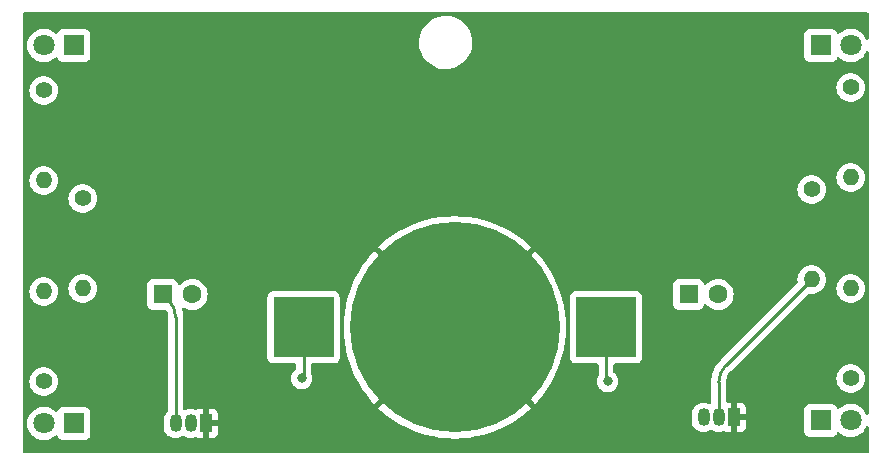
<source format=gbl>
G04 #@! TF.GenerationSoftware,KiCad,Pcbnew,7.0.8*
G04 #@! TF.CreationDate,2023-10-22T13:22:11+01:00*
G04 #@! TF.ProjectId,Badge,42616467-652e-46b6-9963-61645f706362,rev?*
G04 #@! TF.SameCoordinates,Original*
G04 #@! TF.FileFunction,Copper,L2,Bot*
G04 #@! TF.FilePolarity,Positive*
%FSLAX46Y46*%
G04 Gerber Fmt 4.6, Leading zero omitted, Abs format (unit mm)*
G04 Created by KiCad (PCBNEW 7.0.8) date 2023-10-22 13:22:11*
%MOMM*%
%LPD*%
G01*
G04 APERTURE LIST*
G04 #@! TA.AperFunction,ComponentPad*
%ADD10R,1.600000X1.600000*%
G04 #@! TD*
G04 #@! TA.AperFunction,ComponentPad*
%ADD11C,1.600000*%
G04 #@! TD*
G04 #@! TA.AperFunction,ComponentPad*
%ADD12C,1.400000*%
G04 #@! TD*
G04 #@! TA.AperFunction,ComponentPad*
%ADD13O,1.400000X1.400000*%
G04 #@! TD*
G04 #@! TA.AperFunction,SMDPad,CuDef*
%ADD14R,5.100000X5.100000*%
G04 #@! TD*
G04 #@! TA.AperFunction,SMDPad,CuDef*
%ADD15C,17.800000*%
G04 #@! TD*
G04 #@! TA.AperFunction,ComponentPad*
%ADD16R,1.050000X1.500000*%
G04 #@! TD*
G04 #@! TA.AperFunction,ComponentPad*
%ADD17O,1.050000X1.500000*%
G04 #@! TD*
G04 #@! TA.AperFunction,ComponentPad*
%ADD18C,1.800000*%
G04 #@! TD*
G04 #@! TA.AperFunction,ComponentPad*
%ADD19R,1.800000X1.800000*%
G04 #@! TD*
G04 #@! TA.AperFunction,ViaPad*
%ADD20C,0.800000*%
G04 #@! TD*
G04 #@! TA.AperFunction,Conductor*
%ADD21C,0.250000*%
G04 #@! TD*
G04 APERTURE END LIST*
D10*
X134874000Y-51054000D03*
D11*
X137374000Y-51054000D03*
D10*
X90342323Y-51054000D03*
D11*
X92842323Y-51054000D03*
D12*
X148590000Y-33528000D03*
D13*
X148590000Y-41148000D03*
D12*
X80264000Y-33782000D03*
D13*
X80264000Y-41402000D03*
D14*
X102262000Y-53848000D03*
X127862000Y-53848000D03*
D15*
X115062000Y-53848000D03*
D13*
X148590000Y-50546000D03*
D12*
X148590000Y-58166000D03*
D16*
X138684000Y-61468000D03*
D17*
X137414000Y-61468000D03*
X136144000Y-61468000D03*
D18*
X80269000Y-29972000D03*
D19*
X82809000Y-29972000D03*
D18*
X148590000Y-29972000D03*
D19*
X146050000Y-29972000D03*
D18*
X80269000Y-61976000D03*
D19*
X82809000Y-61976000D03*
D13*
X80264000Y-50800000D03*
D12*
X80264000Y-58420000D03*
D13*
X145288000Y-49784000D03*
D12*
X145288000Y-42164000D03*
D16*
X93980000Y-61976000D03*
D17*
X92710000Y-61976000D03*
X91440000Y-61976000D03*
D13*
X83566000Y-50546000D03*
D12*
X83566000Y-42926000D03*
D19*
X146050000Y-61722000D03*
D18*
X148590000Y-61722000D03*
D20*
X128016000Y-58420000D03*
X102108000Y-58166000D03*
D21*
X137999773Y-57072199D02*
G75*
G03*
X137414000Y-58486427I1414227J-1414201D01*
G01*
X91439997Y-52980104D02*
G75*
G03*
X90854213Y-51565890I-1999997J4D01*
G01*
X137999787Y-57072213D02*
X145288000Y-49784000D01*
X137414000Y-61468000D02*
X137414000Y-58486427D01*
X90854213Y-51565890D02*
X90342323Y-51054000D01*
X91440000Y-61976000D02*
X91440000Y-52980104D01*
X127862000Y-58012000D02*
X127862000Y-53848000D01*
X102262000Y-58012000D02*
X102262000Y-53848000D01*
G04 #@! TA.AperFunction,Conductor*
G36*
X150057039Y-27197685D02*
G01*
X150102794Y-27250489D01*
X150114000Y-27302000D01*
X150114000Y-29368514D01*
X150094315Y-29435553D01*
X150041511Y-29481308D01*
X149972353Y-29491252D01*
X149908797Y-29462227D01*
X149876444Y-29418324D01*
X149825924Y-29303151D01*
X149698983Y-29108852D01*
X149698980Y-29108849D01*
X149698979Y-29108847D01*
X149541784Y-28938087D01*
X149541779Y-28938083D01*
X149541777Y-28938081D01*
X149358634Y-28795535D01*
X149358628Y-28795531D01*
X149154504Y-28685064D01*
X149154495Y-28685061D01*
X148934984Y-28609702D01*
X148744450Y-28577908D01*
X148706049Y-28571500D01*
X148473951Y-28571500D01*
X148435550Y-28577908D01*
X148245015Y-28609702D01*
X148025504Y-28685061D01*
X148025495Y-28685064D01*
X147821371Y-28795531D01*
X147821365Y-28795535D01*
X147638222Y-28938081D01*
X147638218Y-28938085D01*
X147638216Y-28938086D01*
X147638216Y-28938087D01*
X147629870Y-28947154D01*
X147629866Y-28947158D01*
X147569979Y-28983148D01*
X147500141Y-28981047D01*
X147442525Y-28941522D01*
X147422455Y-28906507D01*
X147393797Y-28829671D01*
X147393793Y-28829664D01*
X147307547Y-28714455D01*
X147307544Y-28714452D01*
X147192335Y-28628206D01*
X147192328Y-28628202D01*
X147057482Y-28577908D01*
X147057483Y-28577908D01*
X146997883Y-28571501D01*
X146997881Y-28571500D01*
X146997873Y-28571500D01*
X146997864Y-28571500D01*
X145102129Y-28571500D01*
X145102123Y-28571501D01*
X145042516Y-28577908D01*
X144907671Y-28628202D01*
X144907664Y-28628206D01*
X144792455Y-28714452D01*
X144792452Y-28714455D01*
X144706206Y-28829664D01*
X144706202Y-28829671D01*
X144655908Y-28964517D01*
X144649501Y-29024116D01*
X144649501Y-29024123D01*
X144649500Y-29024135D01*
X144649500Y-30919870D01*
X144649501Y-30919876D01*
X144655908Y-30979483D01*
X144706202Y-31114328D01*
X144706206Y-31114335D01*
X144792452Y-31229544D01*
X144792455Y-31229547D01*
X144907664Y-31315793D01*
X144907671Y-31315797D01*
X145042517Y-31366091D01*
X145042516Y-31366091D01*
X145049444Y-31366835D01*
X145102127Y-31372500D01*
X146997872Y-31372499D01*
X147057483Y-31366091D01*
X147192331Y-31315796D01*
X147307546Y-31229546D01*
X147393796Y-31114331D01*
X147415575Y-31055939D01*
X147422455Y-31037493D01*
X147464326Y-30981559D01*
X147529790Y-30957141D01*
X147598063Y-30971992D01*
X147629866Y-30996843D01*
X147635046Y-31002469D01*
X147638215Y-31005912D01*
X147638222Y-31005918D01*
X147821365Y-31148464D01*
X147821371Y-31148468D01*
X147821374Y-31148470D01*
X148025497Y-31258936D01*
X148104419Y-31286030D01*
X148245015Y-31334297D01*
X148245017Y-31334297D01*
X148245019Y-31334298D01*
X148473951Y-31372500D01*
X148473952Y-31372500D01*
X148706048Y-31372500D01*
X148706049Y-31372500D01*
X148934981Y-31334298D01*
X149154503Y-31258936D01*
X149358626Y-31148470D01*
X149541784Y-31005913D01*
X149698979Y-30835153D01*
X149825924Y-30640849D01*
X149876444Y-30525674D01*
X149921400Y-30472189D01*
X149988136Y-30451499D01*
X150055464Y-30470174D01*
X150102007Y-30522284D01*
X150114000Y-30575485D01*
X150114000Y-61118514D01*
X150094315Y-61185553D01*
X150041511Y-61231308D01*
X149972353Y-61241252D01*
X149908797Y-61212227D01*
X149876444Y-61168324D01*
X149825924Y-61053151D01*
X149698983Y-60858852D01*
X149698980Y-60858849D01*
X149698979Y-60858847D01*
X149541784Y-60688087D01*
X149541779Y-60688083D01*
X149541777Y-60688081D01*
X149358634Y-60545535D01*
X149358628Y-60545531D01*
X149154504Y-60435064D01*
X149154495Y-60435061D01*
X148934984Y-60359702D01*
X148740003Y-60327166D01*
X148706049Y-60321500D01*
X148473951Y-60321500D01*
X148439997Y-60327166D01*
X148245015Y-60359702D01*
X148025504Y-60435061D01*
X148025495Y-60435064D01*
X147821371Y-60545531D01*
X147821365Y-60545535D01*
X147638222Y-60688081D01*
X147638218Y-60688085D01*
X147638216Y-60688086D01*
X147638216Y-60688087D01*
X147637320Y-60689061D01*
X147629866Y-60697158D01*
X147569979Y-60733148D01*
X147500141Y-60731047D01*
X147442525Y-60691522D01*
X147422455Y-60656507D01*
X147393797Y-60579671D01*
X147393793Y-60579664D01*
X147307547Y-60464455D01*
X147307544Y-60464452D01*
X147192335Y-60378206D01*
X147192328Y-60378202D01*
X147057482Y-60327908D01*
X147057483Y-60327908D01*
X146997883Y-60321501D01*
X146997881Y-60321500D01*
X146997873Y-60321500D01*
X146997864Y-60321500D01*
X145102129Y-60321500D01*
X145102123Y-60321501D01*
X145042516Y-60327908D01*
X144907671Y-60378202D01*
X144907664Y-60378206D01*
X144792455Y-60464452D01*
X144792452Y-60464455D01*
X144706206Y-60579664D01*
X144706202Y-60579671D01*
X144655908Y-60714517D01*
X144649501Y-60774116D01*
X144649500Y-60774135D01*
X144649500Y-62669870D01*
X144649501Y-62669876D01*
X144655908Y-62729483D01*
X144706202Y-62864328D01*
X144706206Y-62864335D01*
X144792452Y-62979544D01*
X144792455Y-62979547D01*
X144907664Y-63065793D01*
X144907671Y-63065797D01*
X145042517Y-63116091D01*
X145042516Y-63116091D01*
X145049444Y-63116835D01*
X145102127Y-63122500D01*
X146997872Y-63122499D01*
X147057483Y-63116091D01*
X147192331Y-63065796D01*
X147307546Y-62979546D01*
X147393796Y-62864331D01*
X147393798Y-62864326D01*
X147422455Y-62787493D01*
X147464326Y-62731559D01*
X147529790Y-62707141D01*
X147598063Y-62721992D01*
X147629866Y-62746843D01*
X147636376Y-62753914D01*
X147638215Y-62755912D01*
X147638222Y-62755918D01*
X147821365Y-62898464D01*
X147821371Y-62898468D01*
X147821374Y-62898470D01*
X147878984Y-62929647D01*
X148010553Y-63000849D01*
X148025497Y-63008936D01*
X148139487Y-63048068D01*
X148245015Y-63084297D01*
X148245017Y-63084297D01*
X148245019Y-63084298D01*
X148473951Y-63122500D01*
X148473952Y-63122500D01*
X148706048Y-63122500D01*
X148706049Y-63122500D01*
X148934981Y-63084298D01*
X148938209Y-63083190D01*
X148969866Y-63072322D01*
X149154503Y-63008936D01*
X149358626Y-62898470D01*
X149541784Y-62755913D01*
X149698979Y-62585153D01*
X149825924Y-62390849D01*
X149876444Y-62275674D01*
X149921400Y-62222189D01*
X149988136Y-62201499D01*
X150055464Y-62220174D01*
X150102007Y-62272284D01*
X150114000Y-62325485D01*
X150114000Y-64392000D01*
X150094315Y-64459039D01*
X150041511Y-64504794D01*
X149990000Y-64516000D01*
X78610000Y-64516000D01*
X78542961Y-64496315D01*
X78497206Y-64443511D01*
X78486000Y-64392000D01*
X78486000Y-61976006D01*
X78863700Y-61976006D01*
X78882864Y-62207297D01*
X78882866Y-62207308D01*
X78939842Y-62432300D01*
X79033075Y-62644848D01*
X79160016Y-62839147D01*
X79160019Y-62839151D01*
X79160021Y-62839153D01*
X79317216Y-63009913D01*
X79317219Y-63009915D01*
X79317222Y-63009918D01*
X79500365Y-63152464D01*
X79500371Y-63152468D01*
X79500374Y-63152470D01*
X79704497Y-63262936D01*
X79818487Y-63302068D01*
X79924015Y-63338297D01*
X79924017Y-63338297D01*
X79924019Y-63338298D01*
X80152951Y-63376500D01*
X80152952Y-63376500D01*
X80385048Y-63376500D01*
X80385049Y-63376500D01*
X80613981Y-63338298D01*
X80833503Y-63262936D01*
X81037626Y-63152470D01*
X81220784Y-63009913D01*
X81229130Y-63000846D01*
X81289010Y-62964854D01*
X81358849Y-62966949D01*
X81416468Y-63006469D01*
X81436544Y-63041491D01*
X81465203Y-63118330D01*
X81465206Y-63118335D01*
X81551452Y-63233544D01*
X81551455Y-63233547D01*
X81666664Y-63319793D01*
X81666671Y-63319797D01*
X81801517Y-63370091D01*
X81801516Y-63370091D01*
X81808444Y-63370835D01*
X81861127Y-63376500D01*
X83756872Y-63376499D01*
X83816483Y-63370091D01*
X83951331Y-63319796D01*
X84066546Y-63233546D01*
X84152796Y-63118331D01*
X84203091Y-62983483D01*
X84209500Y-62923873D01*
X84209499Y-61028128D01*
X84203091Y-60968517D01*
X84194727Y-60946093D01*
X84152797Y-60833671D01*
X84152793Y-60833664D01*
X84066547Y-60718455D01*
X84066544Y-60718452D01*
X83951335Y-60632206D01*
X83951328Y-60632202D01*
X83816482Y-60581908D01*
X83816483Y-60581908D01*
X83756883Y-60575501D01*
X83756881Y-60575500D01*
X83756873Y-60575500D01*
X83756864Y-60575500D01*
X81861129Y-60575500D01*
X81861123Y-60575501D01*
X81801516Y-60581908D01*
X81666671Y-60632202D01*
X81666664Y-60632206D01*
X81551455Y-60718452D01*
X81551452Y-60718455D01*
X81465206Y-60833664D01*
X81465203Y-60833670D01*
X81436544Y-60910508D01*
X81394672Y-60966441D01*
X81329208Y-60990858D01*
X81260935Y-60976006D01*
X81229135Y-60951158D01*
X81220784Y-60942087D01*
X81220778Y-60942082D01*
X81220777Y-60942081D01*
X81037634Y-60799535D01*
X81037628Y-60799531D01*
X80833504Y-60689064D01*
X80833495Y-60689061D01*
X80613984Y-60613702D01*
X80410002Y-60579664D01*
X80385049Y-60575500D01*
X80152951Y-60575500D01*
X80127998Y-60579664D01*
X79924015Y-60613702D01*
X79704504Y-60689061D01*
X79704495Y-60689064D01*
X79500371Y-60799531D01*
X79500365Y-60799535D01*
X79317222Y-60942081D01*
X79317219Y-60942084D01*
X79317216Y-60942086D01*
X79317216Y-60942087D01*
X79278719Y-60983906D01*
X79160016Y-61112852D01*
X79033075Y-61307151D01*
X78939842Y-61519699D01*
X78882866Y-61744691D01*
X78882864Y-61744702D01*
X78863700Y-61975993D01*
X78863700Y-61976006D01*
X78486000Y-61976006D01*
X78486000Y-58420000D01*
X79058357Y-58420000D01*
X79078884Y-58641535D01*
X79078885Y-58641537D01*
X79139769Y-58855523D01*
X79139775Y-58855538D01*
X79238938Y-59054683D01*
X79238943Y-59054691D01*
X79373020Y-59232238D01*
X79537437Y-59382123D01*
X79537439Y-59382125D01*
X79726595Y-59499245D01*
X79726596Y-59499245D01*
X79726599Y-59499247D01*
X79934060Y-59579618D01*
X80152757Y-59620500D01*
X80152759Y-59620500D01*
X80375241Y-59620500D01*
X80375243Y-59620500D01*
X80593940Y-59579618D01*
X80801401Y-59499247D01*
X80990562Y-59382124D01*
X81154981Y-59232236D01*
X81289058Y-59054689D01*
X81388229Y-58855528D01*
X81449115Y-58641536D01*
X81469643Y-58420000D01*
X81449115Y-58198464D01*
X81388229Y-57984472D01*
X81384877Y-57977740D01*
X81289061Y-57785316D01*
X81289056Y-57785308D01*
X81154979Y-57607761D01*
X80990562Y-57457876D01*
X80990560Y-57457874D01*
X80801404Y-57340754D01*
X80801398Y-57340752D01*
X80779594Y-57332305D01*
X80593940Y-57260382D01*
X80375243Y-57219500D01*
X80152757Y-57219500D01*
X79934060Y-57260382D01*
X79802864Y-57311207D01*
X79726601Y-57340752D01*
X79726595Y-57340754D01*
X79537439Y-57457874D01*
X79537437Y-57457876D01*
X79373020Y-57607761D01*
X79238943Y-57785308D01*
X79238938Y-57785316D01*
X79139775Y-57984461D01*
X79139769Y-57984476D01*
X79078885Y-58198462D01*
X79078884Y-58198464D01*
X79058357Y-58419999D01*
X79058357Y-58420000D01*
X78486000Y-58420000D01*
X78486000Y-50800000D01*
X79058357Y-50800000D01*
X79078884Y-51021535D01*
X79078885Y-51021537D01*
X79139769Y-51235523D01*
X79139775Y-51235538D01*
X79238938Y-51434683D01*
X79238943Y-51434691D01*
X79373020Y-51612238D01*
X79537437Y-51762123D01*
X79537439Y-51762125D01*
X79726595Y-51879245D01*
X79726596Y-51879245D01*
X79726599Y-51879247D01*
X79934060Y-51959618D01*
X80152757Y-52000500D01*
X80152759Y-52000500D01*
X80375241Y-52000500D01*
X80375243Y-52000500D01*
X80593940Y-51959618D01*
X80743004Y-51901870D01*
X89041823Y-51901870D01*
X89041824Y-51901876D01*
X89048231Y-51961483D01*
X89098525Y-52096328D01*
X89098529Y-52096335D01*
X89184775Y-52211544D01*
X89184778Y-52211547D01*
X89299987Y-52297793D01*
X89299994Y-52297797D01*
X89434840Y-52348091D01*
X89434839Y-52348091D01*
X89441767Y-52348835D01*
X89494450Y-52354500D01*
X90583641Y-52354499D01*
X90650680Y-52374184D01*
X90694852Y-52423652D01*
X90708070Y-52450454D01*
X90711177Y-52457956D01*
X90766353Y-52620497D01*
X90768455Y-52628340D01*
X90801943Y-52796706D01*
X90803003Y-52804754D01*
X90814367Y-52978127D01*
X90814500Y-52982184D01*
X90814500Y-60879054D01*
X90794815Y-60946093D01*
X90769165Y-60974907D01*
X90711352Y-61022352D01*
X90583203Y-61178504D01*
X90583198Y-61178511D01*
X90487978Y-61356654D01*
X90429337Y-61549968D01*
X90418594Y-61659054D01*
X90414500Y-61700620D01*
X90414500Y-62251380D01*
X90416559Y-62272284D01*
X90429337Y-62402031D01*
X90487978Y-62595345D01*
X90583198Y-62773488D01*
X90583203Y-62773495D01*
X90711352Y-62929647D01*
X90798113Y-63000849D01*
X90867506Y-63057798D01*
X90867509Y-63057799D01*
X90867511Y-63057801D01*
X91045654Y-63153021D01*
X91045656Y-63153021D01*
X91045659Y-63153023D01*
X91238967Y-63211662D01*
X91440000Y-63231462D01*
X91641033Y-63211662D01*
X91834341Y-63153023D01*
X92012494Y-63057798D01*
X92012498Y-63057794D01*
X92016546Y-63055631D01*
X92084949Y-63041389D01*
X92133454Y-63055631D01*
X92137502Y-63057794D01*
X92137506Y-63057798D01*
X92315659Y-63153023D01*
X92508967Y-63211662D01*
X92710000Y-63231462D01*
X92911033Y-63211662D01*
X93104341Y-63153023D01*
X93104344Y-63153020D01*
X93106016Y-63152514D01*
X93175883Y-63151890D01*
X93204585Y-63166097D01*
X93205128Y-63165103D01*
X93212913Y-63169354D01*
X93347620Y-63219596D01*
X93347627Y-63219598D01*
X93407155Y-63225999D01*
X93407172Y-63226000D01*
X93730000Y-63226000D01*
X93730000Y-62310270D01*
X93730299Y-62304190D01*
X93733441Y-62272284D01*
X93734629Y-62260220D01*
X93799052Y-62310363D01*
X93917424Y-62351000D01*
X94011073Y-62351000D01*
X94103446Y-62335586D01*
X94213514Y-62276019D01*
X94230000Y-62258110D01*
X94230000Y-63226000D01*
X94552828Y-63226000D01*
X94552844Y-63225999D01*
X94612372Y-63219598D01*
X94612379Y-63219596D01*
X94747086Y-63169354D01*
X94747093Y-63169350D01*
X94862187Y-63083190D01*
X94862190Y-63083187D01*
X94948350Y-62968093D01*
X94948354Y-62968086D01*
X94998596Y-62833379D01*
X94998598Y-62833372D01*
X95004999Y-62773844D01*
X95005000Y-62773827D01*
X95005000Y-62226000D01*
X94259560Y-62226000D01*
X94298278Y-62183941D01*
X94348551Y-62069330D01*
X94358886Y-61944605D01*
X94328163Y-61823281D01*
X94264606Y-61726000D01*
X95005000Y-61726000D01*
X95005000Y-61178172D01*
X95004999Y-61178155D01*
X94998598Y-61118627D01*
X94998596Y-61118620D01*
X94948354Y-60983913D01*
X94948350Y-60983906D01*
X94862190Y-60868812D01*
X94862187Y-60868809D01*
X94747093Y-60782649D01*
X94747086Y-60782645D01*
X94612379Y-60732403D01*
X94612372Y-60732401D01*
X94552844Y-60726000D01*
X94230000Y-60726000D01*
X94230000Y-61695382D01*
X94160948Y-61641637D01*
X94042576Y-61601000D01*
X93948927Y-61601000D01*
X93856554Y-61616414D01*
X93746486Y-61675981D01*
X93734369Y-61689142D01*
X93733073Y-61675981D01*
X93730299Y-61647808D01*
X93730000Y-61641728D01*
X93730000Y-60726000D01*
X93407155Y-60726000D01*
X93347627Y-60732401D01*
X93347620Y-60732403D01*
X93212913Y-60782645D01*
X93205132Y-60786895D01*
X93203940Y-60784713D01*
X93150842Y-60804510D01*
X93106018Y-60799486D01*
X93104342Y-60798977D01*
X93104341Y-60798977D01*
X93002556Y-60768101D01*
X92911031Y-60740337D01*
X92710000Y-60720538D01*
X92508968Y-60740337D01*
X92315655Y-60798978D01*
X92247952Y-60835166D01*
X92179549Y-60849407D01*
X92114306Y-60824406D01*
X92072936Y-60768101D01*
X92065500Y-60725807D01*
X92065500Y-60669354D01*
X108594199Y-60669354D01*
X108860832Y-60919082D01*
X108860832Y-60919083D01*
X109336577Y-61309517D01*
X109336576Y-61309517D01*
X109836848Y-61668006D01*
X110359484Y-61993002D01*
X110359484Y-61993001D01*
X110902258Y-62283120D01*
X111462851Y-62537121D01*
X112038856Y-62753914D01*
X112038857Y-62753914D01*
X112627792Y-62932566D01*
X113227173Y-63072322D01*
X113834399Y-63172575D01*
X113834400Y-63172575D01*
X114446874Y-63232899D01*
X115062000Y-63253036D01*
X115677126Y-63232899D01*
X116289600Y-63172575D01*
X116289601Y-63172575D01*
X116896827Y-63072322D01*
X117496208Y-62932566D01*
X118085143Y-62753914D01*
X118085144Y-62753914D01*
X118661149Y-62537121D01*
X119221742Y-62283120D01*
X119764516Y-61993001D01*
X119764516Y-61993002D01*
X120165941Y-61743380D01*
X135118500Y-61743380D01*
X135120927Y-61768019D01*
X135133337Y-61894031D01*
X135191978Y-62087345D01*
X135287198Y-62265488D01*
X135287201Y-62265492D01*
X135287202Y-62265494D01*
X135295557Y-62275675D01*
X135415352Y-62421647D01*
X135471888Y-62468044D01*
X135571506Y-62549798D01*
X135571509Y-62549799D01*
X135571511Y-62549801D01*
X135749654Y-62645021D01*
X135749656Y-62645021D01*
X135749659Y-62645023D01*
X135942967Y-62703662D01*
X136144000Y-62723462D01*
X136345033Y-62703662D01*
X136538341Y-62645023D01*
X136716494Y-62549798D01*
X136716498Y-62549794D01*
X136720546Y-62547631D01*
X136788949Y-62533389D01*
X136837454Y-62547631D01*
X136841502Y-62549794D01*
X136841506Y-62549798D01*
X137019659Y-62645023D01*
X137212967Y-62703662D01*
X137414000Y-62723462D01*
X137615033Y-62703662D01*
X137808341Y-62645023D01*
X137808344Y-62645020D01*
X137810016Y-62644514D01*
X137879883Y-62643890D01*
X137908585Y-62658097D01*
X137909128Y-62657103D01*
X137916913Y-62661354D01*
X138051620Y-62711596D01*
X138051627Y-62711598D01*
X138111155Y-62717999D01*
X138111172Y-62718000D01*
X138434000Y-62718000D01*
X138434000Y-61802270D01*
X138434299Y-61796190D01*
X138438629Y-61752220D01*
X138503052Y-61802363D01*
X138621424Y-61843000D01*
X138715073Y-61843000D01*
X138807446Y-61827586D01*
X138917514Y-61768019D01*
X138934000Y-61750110D01*
X138934000Y-62718000D01*
X139256828Y-62718000D01*
X139256844Y-62717999D01*
X139316372Y-62711598D01*
X139316379Y-62711596D01*
X139451086Y-62661354D01*
X139451093Y-62661350D01*
X139566187Y-62575190D01*
X139566190Y-62575187D01*
X139652350Y-62460093D01*
X139652354Y-62460086D01*
X139702596Y-62325379D01*
X139702598Y-62325372D01*
X139708999Y-62265844D01*
X139709000Y-62265827D01*
X139709000Y-61718000D01*
X138963560Y-61718000D01*
X139002278Y-61675941D01*
X139052551Y-61561330D01*
X139062886Y-61436605D01*
X139032163Y-61315281D01*
X138968606Y-61218000D01*
X139709000Y-61218000D01*
X139709000Y-60670172D01*
X139708999Y-60670155D01*
X139702598Y-60610627D01*
X139702596Y-60610620D01*
X139652354Y-60475913D01*
X139652350Y-60475906D01*
X139566190Y-60360812D01*
X139566187Y-60360809D01*
X139451093Y-60274649D01*
X139451086Y-60274645D01*
X139316379Y-60224403D01*
X139316372Y-60224401D01*
X139256844Y-60218000D01*
X138934000Y-60218000D01*
X138934000Y-61187382D01*
X138864948Y-61133637D01*
X138746576Y-61093000D01*
X138652927Y-61093000D01*
X138560554Y-61108414D01*
X138450486Y-61167981D01*
X138438369Y-61181142D01*
X138434299Y-61139808D01*
X138434000Y-61133728D01*
X138434000Y-60218000D01*
X138163500Y-60218000D01*
X138096461Y-60198315D01*
X138050706Y-60145511D01*
X138039500Y-60094000D01*
X138039500Y-58562372D01*
X138039501Y-58562368D01*
X138039500Y-58488455D01*
X138039633Y-58484400D01*
X138050991Y-58311068D01*
X138052048Y-58303028D01*
X138079303Y-58166000D01*
X147384357Y-58166000D01*
X147404884Y-58387535D01*
X147404885Y-58387537D01*
X147465769Y-58601523D01*
X147465775Y-58601538D01*
X147564938Y-58800683D01*
X147564943Y-58800691D01*
X147699020Y-58978238D01*
X147863437Y-59128123D01*
X147863439Y-59128125D01*
X148052595Y-59245245D01*
X148052596Y-59245245D01*
X148052599Y-59245247D01*
X148260060Y-59325618D01*
X148478757Y-59366500D01*
X148478759Y-59366500D01*
X148701241Y-59366500D01*
X148701243Y-59366500D01*
X148919940Y-59325618D01*
X149127401Y-59245247D01*
X149316562Y-59128124D01*
X149480981Y-58978236D01*
X149615058Y-58800689D01*
X149714229Y-58601528D01*
X149775115Y-58387536D01*
X149795643Y-58166000D01*
X149780978Y-58007742D01*
X149775115Y-57944464D01*
X149775114Y-57944462D01*
X149733361Y-57797716D01*
X149714229Y-57730472D01*
X149714224Y-57730461D01*
X149615061Y-57531316D01*
X149615056Y-57531308D01*
X149480979Y-57353761D01*
X149316562Y-57203876D01*
X149316560Y-57203874D01*
X149127404Y-57086754D01*
X149127398Y-57086752D01*
X148919940Y-57006382D01*
X148701243Y-56965500D01*
X148478757Y-56965500D01*
X148260060Y-57006382D01*
X148128864Y-57057207D01*
X148052601Y-57086752D01*
X148052595Y-57086754D01*
X147863439Y-57203874D01*
X147863437Y-57203876D01*
X147699020Y-57353761D01*
X147564943Y-57531308D01*
X147564938Y-57531316D01*
X147465775Y-57730461D01*
X147465769Y-57730476D01*
X147404885Y-57944462D01*
X147404884Y-57944464D01*
X147384357Y-58165999D01*
X147384357Y-58166000D01*
X138079303Y-58166000D01*
X138085540Y-58134645D01*
X138087636Y-58126821D01*
X138142814Y-57964267D01*
X138145921Y-57956768D01*
X138156208Y-57935907D01*
X138221848Y-57802798D01*
X138225901Y-57795780D01*
X138232898Y-57785308D01*
X138321275Y-57653039D01*
X138326199Y-57646621D01*
X138440570Y-57516203D01*
X138443312Y-57513276D01*
X144958106Y-50998482D01*
X145019427Y-50964999D01*
X145068570Y-50964276D01*
X145176757Y-50984500D01*
X145176759Y-50984500D01*
X145399241Y-50984500D01*
X145399243Y-50984500D01*
X145617940Y-50943618D01*
X145825401Y-50863247D01*
X146014562Y-50746124D01*
X146178981Y-50596236D01*
X146216917Y-50546000D01*
X147384357Y-50546000D01*
X147404884Y-50767535D01*
X147404885Y-50767537D01*
X147465769Y-50981523D01*
X147465775Y-50981538D01*
X147564938Y-51180683D01*
X147564943Y-51180691D01*
X147699020Y-51358238D01*
X147851088Y-51496866D01*
X147855070Y-51500496D01*
X147863437Y-51508123D01*
X147863439Y-51508125D01*
X148052595Y-51625245D01*
X148052596Y-51625245D01*
X148052599Y-51625247D01*
X148260060Y-51705618D01*
X148478757Y-51746500D01*
X148478759Y-51746500D01*
X148701241Y-51746500D01*
X148701243Y-51746500D01*
X148919940Y-51705618D01*
X149127401Y-51625247D01*
X149316562Y-51508124D01*
X149480981Y-51358236D01*
X149615058Y-51180689D01*
X149714229Y-50981528D01*
X149775115Y-50767536D01*
X149795643Y-50546000D01*
X149775115Y-50324464D01*
X149714229Y-50110472D01*
X149714224Y-50110461D01*
X149615061Y-49911316D01*
X149615056Y-49911308D01*
X149480979Y-49733761D01*
X149316562Y-49583876D01*
X149316560Y-49583874D01*
X149127404Y-49466754D01*
X149127398Y-49466752D01*
X148919940Y-49386382D01*
X148701243Y-49345500D01*
X148478757Y-49345500D01*
X148260060Y-49386382D01*
X148128864Y-49437207D01*
X148052601Y-49466752D01*
X148052595Y-49466754D01*
X147863439Y-49583874D01*
X147863437Y-49583876D01*
X147699020Y-49733761D01*
X147564943Y-49911308D01*
X147564938Y-49911316D01*
X147465775Y-50110461D01*
X147465769Y-50110476D01*
X147404885Y-50324462D01*
X147404884Y-50324464D01*
X147384357Y-50545999D01*
X147384357Y-50546000D01*
X146216917Y-50546000D01*
X146313058Y-50418689D01*
X146412229Y-50219528D01*
X146473115Y-50005536D01*
X146493643Y-49784000D01*
X146490356Y-49748532D01*
X146473115Y-49562464D01*
X146473114Y-49562462D01*
X146445882Y-49466752D01*
X146412229Y-49348472D01*
X146412224Y-49348461D01*
X146313061Y-49149316D01*
X146313056Y-49149308D01*
X146178979Y-48971761D01*
X146014562Y-48821876D01*
X146014560Y-48821874D01*
X145825404Y-48704754D01*
X145825398Y-48704752D01*
X145617940Y-48624382D01*
X145399243Y-48583500D01*
X145176757Y-48583500D01*
X144958060Y-48624382D01*
X144826864Y-48675207D01*
X144750601Y-48704752D01*
X144750595Y-48704754D01*
X144561439Y-48821874D01*
X144561437Y-48821876D01*
X144397020Y-48971761D01*
X144262943Y-49149308D01*
X144262938Y-49149316D01*
X144163775Y-49348461D01*
X144163769Y-49348476D01*
X144102885Y-49562462D01*
X144102884Y-49562464D01*
X144082357Y-49783999D01*
X144082357Y-49784000D01*
X144102885Y-50005536D01*
X144103315Y-50007837D01*
X144103201Y-50008955D01*
X144103414Y-50011245D01*
X144102966Y-50011286D01*
X144096283Y-50077352D01*
X144069107Y-50118301D01*
X137593819Y-56593589D01*
X137593759Y-56593621D01*
X137453214Y-56734169D01*
X137269358Y-56964722D01*
X137269352Y-56964731D01*
X137112467Y-57214417D01*
X137112466Y-57214418D01*
X136984520Y-57480110D01*
X136984519Y-57480112D01*
X136887130Y-57758447D01*
X136887125Y-57758462D01*
X136821514Y-58045935D01*
X136821510Y-58045962D01*
X136788498Y-58338982D01*
X136788498Y-58338987D01*
X136788500Y-58466317D01*
X136788500Y-60217807D01*
X136768815Y-60284846D01*
X136716011Y-60330601D01*
X136646853Y-60340545D01*
X136606048Y-60327166D01*
X136538344Y-60290978D01*
X136345031Y-60232337D01*
X136144000Y-60212538D01*
X135942968Y-60232337D01*
X135749654Y-60290978D01*
X135571511Y-60386198D01*
X135571504Y-60386203D01*
X135415352Y-60514352D01*
X135287203Y-60670504D01*
X135287198Y-60670511D01*
X135191978Y-60848654D01*
X135133337Y-61041968D01*
X135122162Y-61155433D01*
X135118500Y-61192620D01*
X135118500Y-61743380D01*
X120165941Y-61743380D01*
X120287152Y-61668006D01*
X120787424Y-61309517D01*
X120787423Y-61309517D01*
X121263175Y-60919076D01*
X121263176Y-60919076D01*
X121529800Y-60669354D01*
X115062000Y-54201553D01*
X108594199Y-60669354D01*
X92065500Y-60669354D01*
X92065500Y-56445870D01*
X99211500Y-56445870D01*
X99211501Y-56445876D01*
X99217908Y-56505483D01*
X99268202Y-56640328D01*
X99268206Y-56640335D01*
X99354452Y-56755544D01*
X99354455Y-56755547D01*
X99469664Y-56841793D01*
X99469671Y-56841797D01*
X99604517Y-56892091D01*
X99604516Y-56892091D01*
X99611444Y-56892835D01*
X99664127Y-56898500D01*
X101512500Y-56898499D01*
X101579539Y-56918184D01*
X101625294Y-56970987D01*
X101636500Y-57022499D01*
X101636500Y-57332305D01*
X101616815Y-57399344D01*
X101585385Y-57432623D01*
X101502129Y-57493111D01*
X101375466Y-57633785D01*
X101280821Y-57797715D01*
X101280818Y-57797722D01*
X101227956Y-57960416D01*
X101222326Y-57977744D01*
X101202540Y-58166000D01*
X101222326Y-58354256D01*
X101222327Y-58354259D01*
X101280818Y-58534277D01*
X101280821Y-58534284D01*
X101375467Y-58698216D01*
X101467736Y-58800691D01*
X101502129Y-58838888D01*
X101655265Y-58950148D01*
X101655270Y-58950151D01*
X101828192Y-59027142D01*
X101828197Y-59027144D01*
X102013354Y-59066500D01*
X102013355Y-59066500D01*
X102202644Y-59066500D01*
X102202646Y-59066500D01*
X102387803Y-59027144D01*
X102560730Y-58950151D01*
X102713871Y-58838888D01*
X102840533Y-58698216D01*
X102935179Y-58534284D01*
X102993674Y-58354256D01*
X103013460Y-58166000D01*
X102993674Y-57977744D01*
X102935179Y-57797716D01*
X102928017Y-57785311D01*
X102904113Y-57743907D01*
X102887500Y-57681907D01*
X102887500Y-57022499D01*
X102907185Y-56955460D01*
X102959989Y-56909705D01*
X103011500Y-56898499D01*
X104859871Y-56898499D01*
X104859872Y-56898499D01*
X104919483Y-56892091D01*
X105054331Y-56841796D01*
X105169546Y-56755546D01*
X105255796Y-56640331D01*
X105306091Y-56505483D01*
X105312500Y-56445873D01*
X105312499Y-53848000D01*
X105656964Y-53848000D01*
X105677101Y-54463126D01*
X105737425Y-55075600D01*
X105737425Y-55075601D01*
X105837678Y-55682827D01*
X105977434Y-56282208D01*
X106156086Y-56871143D01*
X106156086Y-56871144D01*
X106372879Y-57447149D01*
X106626880Y-58007742D01*
X106916999Y-58550516D01*
X106916998Y-58550516D01*
X107241994Y-59073152D01*
X107600483Y-59573424D01*
X107600483Y-59573423D01*
X107990917Y-60049168D01*
X107990918Y-60049168D01*
X108240644Y-60315799D01*
X108240645Y-60315800D01*
X114708446Y-53848000D01*
X115415553Y-53848000D01*
X121883354Y-60315800D01*
X122133076Y-60049176D01*
X122133076Y-60049175D01*
X122523517Y-59573423D01*
X122523517Y-59573424D01*
X122882006Y-59073152D01*
X123207002Y-58550516D01*
X123207001Y-58550516D01*
X123497120Y-58007742D01*
X123751121Y-57447149D01*
X123967914Y-56871144D01*
X123967914Y-56871143D01*
X124096920Y-56445870D01*
X124811500Y-56445870D01*
X124811501Y-56445876D01*
X124817908Y-56505483D01*
X124868202Y-56640328D01*
X124868206Y-56640335D01*
X124954452Y-56755544D01*
X124954455Y-56755547D01*
X125069664Y-56841793D01*
X125069671Y-56841797D01*
X125204517Y-56892091D01*
X125204516Y-56892091D01*
X125211444Y-56892835D01*
X125264127Y-56898500D01*
X127112500Y-56898499D01*
X127179539Y-56918184D01*
X127225294Y-56970987D01*
X127236500Y-57022499D01*
X127236500Y-57935907D01*
X127219887Y-57997907D01*
X127188821Y-58051714D01*
X127141140Y-58198462D01*
X127130326Y-58231744D01*
X127110540Y-58420000D01*
X127130326Y-58608256D01*
X127130327Y-58608259D01*
X127188818Y-58788277D01*
X127188821Y-58788284D01*
X127283467Y-58952216D01*
X127375736Y-59054691D01*
X127410129Y-59092888D01*
X127563265Y-59204148D01*
X127563270Y-59204151D01*
X127736192Y-59281142D01*
X127736197Y-59281144D01*
X127921354Y-59320500D01*
X127921355Y-59320500D01*
X128110644Y-59320500D01*
X128110646Y-59320500D01*
X128295803Y-59281144D01*
X128468730Y-59204151D01*
X128621871Y-59092888D01*
X128748533Y-58952216D01*
X128843179Y-58788284D01*
X128901674Y-58608256D01*
X128921460Y-58420000D01*
X128901674Y-58231744D01*
X128843179Y-58051716D01*
X128748533Y-57887784D01*
X128621871Y-57747112D01*
X128598973Y-57730476D01*
X128538615Y-57686623D01*
X128495949Y-57631293D01*
X128487500Y-57586305D01*
X128487500Y-57022499D01*
X128507185Y-56955460D01*
X128559989Y-56909705D01*
X128611500Y-56898499D01*
X130459871Y-56898499D01*
X130459872Y-56898499D01*
X130519483Y-56892091D01*
X130654331Y-56841796D01*
X130769546Y-56755546D01*
X130855796Y-56640331D01*
X130906091Y-56505483D01*
X130912500Y-56445873D01*
X130912499Y-51901870D01*
X133573500Y-51901870D01*
X133573501Y-51901876D01*
X133579908Y-51961483D01*
X133630202Y-52096328D01*
X133630206Y-52096335D01*
X133716452Y-52211544D01*
X133716455Y-52211547D01*
X133831664Y-52297793D01*
X133831671Y-52297797D01*
X133966517Y-52348091D01*
X133966516Y-52348091D01*
X133973444Y-52348835D01*
X134026127Y-52354500D01*
X135721872Y-52354499D01*
X135781483Y-52348091D01*
X135916331Y-52297796D01*
X136031546Y-52211546D01*
X136117796Y-52096331D01*
X136168091Y-51961483D01*
X136168092Y-51961472D01*
X136169365Y-51956088D01*
X136203933Y-51895369D01*
X136265841Y-51862978D01*
X136335433Y-51869199D01*
X136377725Y-51896912D01*
X136534858Y-52054045D01*
X136534861Y-52054047D01*
X136721266Y-52184568D01*
X136927504Y-52280739D01*
X137147308Y-52339635D01*
X137309230Y-52353801D01*
X137373998Y-52359468D01*
X137374000Y-52359468D01*
X137374002Y-52359468D01*
X137430807Y-52354498D01*
X137600692Y-52339635D01*
X137820496Y-52280739D01*
X138026734Y-52184568D01*
X138213139Y-52054047D01*
X138374047Y-51893139D01*
X138504568Y-51706734D01*
X138600739Y-51500496D01*
X138659635Y-51280692D01*
X138679322Y-51055669D01*
X138679468Y-51054001D01*
X138679468Y-51053998D01*
X138673128Y-50981538D01*
X138659635Y-50827308D01*
X138600739Y-50607504D01*
X138504568Y-50401266D01*
X138374047Y-50214861D01*
X138374045Y-50214858D01*
X138213141Y-50053954D01*
X138026734Y-49923432D01*
X138026732Y-49923431D01*
X137820497Y-49827261D01*
X137820488Y-49827258D01*
X137600697Y-49768366D01*
X137600693Y-49768365D01*
X137600692Y-49768365D01*
X137600691Y-49768364D01*
X137600686Y-49768364D01*
X137374002Y-49748532D01*
X137373998Y-49748532D01*
X137147313Y-49768364D01*
X137147302Y-49768366D01*
X136927511Y-49827258D01*
X136927502Y-49827261D01*
X136721267Y-49923431D01*
X136721265Y-49923432D01*
X136534862Y-50053951D01*
X136377726Y-50211087D01*
X136316403Y-50244571D01*
X136246711Y-50239587D01*
X136190778Y-50197715D01*
X136169369Y-50151923D01*
X136168091Y-50146518D01*
X136154648Y-50110476D01*
X136117796Y-50011669D01*
X136117795Y-50011668D01*
X136117793Y-50011664D01*
X136031547Y-49896455D01*
X136031544Y-49896452D01*
X135916335Y-49810206D01*
X135916328Y-49810202D01*
X135781482Y-49759908D01*
X135781483Y-49759908D01*
X135721883Y-49753501D01*
X135721881Y-49753500D01*
X135721873Y-49753500D01*
X135721864Y-49753500D01*
X134026129Y-49753500D01*
X134026123Y-49753501D01*
X133966516Y-49759908D01*
X133831671Y-49810202D01*
X133831664Y-49810206D01*
X133716455Y-49896452D01*
X133716452Y-49896455D01*
X133630206Y-50011664D01*
X133630202Y-50011671D01*
X133579908Y-50146517D01*
X133573501Y-50206116D01*
X133573500Y-50206135D01*
X133573500Y-51901870D01*
X130912499Y-51901870D01*
X130912499Y-51250128D01*
X130906091Y-51190517D01*
X130902426Y-51180691D01*
X130855797Y-51055671D01*
X130855793Y-51055664D01*
X130769547Y-50940455D01*
X130769544Y-50940452D01*
X130654335Y-50854206D01*
X130654328Y-50854202D01*
X130519482Y-50803908D01*
X130519483Y-50803908D01*
X130459883Y-50797501D01*
X130459881Y-50797500D01*
X130459873Y-50797500D01*
X130459864Y-50797500D01*
X125264129Y-50797500D01*
X125264123Y-50797501D01*
X125204516Y-50803908D01*
X125069671Y-50854202D01*
X125069664Y-50854206D01*
X124954455Y-50940452D01*
X124954452Y-50940455D01*
X124868206Y-51055664D01*
X124868202Y-51055671D01*
X124817908Y-51190517D01*
X124811501Y-51250116D01*
X124811501Y-51250123D01*
X124811500Y-51250135D01*
X124811500Y-56445870D01*
X124096920Y-56445870D01*
X124146566Y-56282208D01*
X124286322Y-55682827D01*
X124386575Y-55075601D01*
X124386575Y-55075600D01*
X124446899Y-54463126D01*
X124467036Y-53848000D01*
X124446899Y-53232874D01*
X124386575Y-52620400D01*
X124386575Y-52620399D01*
X124286322Y-52013173D01*
X124146566Y-51413792D01*
X123967914Y-50824857D01*
X123967914Y-50824856D01*
X123751121Y-50248851D01*
X123497120Y-49688258D01*
X123207001Y-49145484D01*
X123207002Y-49145484D01*
X122882006Y-48622848D01*
X122523517Y-48122576D01*
X122523517Y-48122577D01*
X122133083Y-47646832D01*
X122133082Y-47646832D01*
X121883354Y-47380199D01*
X115415553Y-53848000D01*
X114708446Y-53848000D01*
X108240645Y-47380199D01*
X107990918Y-47646832D01*
X107990917Y-47646832D01*
X107600483Y-48122577D01*
X107600483Y-48122576D01*
X107241994Y-48622848D01*
X106916998Y-49145484D01*
X106916999Y-49145484D01*
X106626880Y-49688258D01*
X106372879Y-50248851D01*
X106156086Y-50824856D01*
X106156086Y-50824857D01*
X105977434Y-51413792D01*
X105837678Y-52013173D01*
X105737425Y-52620399D01*
X105737425Y-52620400D01*
X105677101Y-53232874D01*
X105656964Y-53848000D01*
X105312499Y-53848000D01*
X105312499Y-51250128D01*
X105306091Y-51190517D01*
X105302426Y-51180691D01*
X105255797Y-51055671D01*
X105255793Y-51055664D01*
X105169547Y-50940455D01*
X105169544Y-50940452D01*
X105054335Y-50854206D01*
X105054328Y-50854202D01*
X104919482Y-50803908D01*
X104919483Y-50803908D01*
X104859883Y-50797501D01*
X104859881Y-50797500D01*
X104859873Y-50797500D01*
X104859864Y-50797500D01*
X99664129Y-50797500D01*
X99664123Y-50797501D01*
X99604516Y-50803908D01*
X99469671Y-50854202D01*
X99469664Y-50854206D01*
X99354455Y-50940452D01*
X99354452Y-50940455D01*
X99268206Y-51055664D01*
X99268202Y-51055671D01*
X99217908Y-51190517D01*
X99211501Y-51250116D01*
X99211501Y-51250123D01*
X99211500Y-51250135D01*
X99211500Y-56445870D01*
X92065500Y-56445870D01*
X92065500Y-52938842D01*
X92065497Y-52938745D01*
X92065497Y-52832657D01*
X92065496Y-52832653D01*
X92061895Y-52800695D01*
X92056324Y-52751246D01*
X92032482Y-52539629D01*
X92032481Y-52539628D01*
X92032481Y-52539625D01*
X91977756Y-52299857D01*
X91982029Y-52230119D01*
X92023328Y-52173761D01*
X92088540Y-52148678D01*
X92156961Y-52162832D01*
X92169754Y-52170680D01*
X92189589Y-52184568D01*
X92395827Y-52280739D01*
X92615631Y-52339635D01*
X92777553Y-52353801D01*
X92842321Y-52359468D01*
X92842323Y-52359468D01*
X92842325Y-52359468D01*
X92899130Y-52354498D01*
X93069015Y-52339635D01*
X93288819Y-52280739D01*
X93495057Y-52184568D01*
X93681462Y-52054047D01*
X93842370Y-51893139D01*
X93972891Y-51706734D01*
X94069062Y-51500496D01*
X94127958Y-51280692D01*
X94147645Y-51055669D01*
X94147791Y-51054001D01*
X94147791Y-51053998D01*
X94141451Y-50981538D01*
X94127958Y-50827308D01*
X94069062Y-50607504D01*
X93972891Y-50401266D01*
X93842370Y-50214861D01*
X93842368Y-50214858D01*
X93681464Y-50053954D01*
X93495057Y-49923432D01*
X93495055Y-49923431D01*
X93288820Y-49827261D01*
X93288811Y-49827258D01*
X93069020Y-49768366D01*
X93069016Y-49768365D01*
X93069015Y-49768365D01*
X93069014Y-49768364D01*
X93069009Y-49768364D01*
X92842325Y-49748532D01*
X92842321Y-49748532D01*
X92615636Y-49768364D01*
X92615625Y-49768366D01*
X92395834Y-49827258D01*
X92395825Y-49827261D01*
X92189590Y-49923431D01*
X92189588Y-49923432D01*
X92003185Y-50053951D01*
X91846049Y-50211087D01*
X91784726Y-50244571D01*
X91715034Y-50239587D01*
X91659101Y-50197715D01*
X91637692Y-50151923D01*
X91636414Y-50146518D01*
X91622971Y-50110476D01*
X91586119Y-50011669D01*
X91586118Y-50011668D01*
X91586116Y-50011664D01*
X91499870Y-49896455D01*
X91499867Y-49896452D01*
X91384658Y-49810206D01*
X91384651Y-49810202D01*
X91249805Y-49759908D01*
X91249806Y-49759908D01*
X91190206Y-49753501D01*
X91190204Y-49753500D01*
X91190196Y-49753500D01*
X91190187Y-49753500D01*
X89494452Y-49753500D01*
X89494446Y-49753501D01*
X89434839Y-49759908D01*
X89299994Y-49810202D01*
X89299987Y-49810206D01*
X89184778Y-49896452D01*
X89184775Y-49896455D01*
X89098529Y-50011664D01*
X89098525Y-50011671D01*
X89048231Y-50146517D01*
X89041824Y-50206116D01*
X89041823Y-50206135D01*
X89041823Y-51901870D01*
X80743004Y-51901870D01*
X80801401Y-51879247D01*
X80990562Y-51762124D01*
X81154981Y-51612236D01*
X81289058Y-51434689D01*
X81388229Y-51235528D01*
X81449115Y-51021536D01*
X81469643Y-50800000D01*
X81469411Y-50797501D01*
X81449115Y-50578464D01*
X81449114Y-50578462D01*
X81440757Y-50549091D01*
X81439878Y-50546000D01*
X82360357Y-50546000D01*
X82380884Y-50767535D01*
X82380885Y-50767537D01*
X82441769Y-50981523D01*
X82441775Y-50981538D01*
X82540938Y-51180683D01*
X82540943Y-51180691D01*
X82675020Y-51358238D01*
X82827088Y-51496866D01*
X82831070Y-51500496D01*
X82839437Y-51508123D01*
X82839439Y-51508125D01*
X83028595Y-51625245D01*
X83028596Y-51625245D01*
X83028599Y-51625247D01*
X83236060Y-51705618D01*
X83454757Y-51746500D01*
X83454759Y-51746500D01*
X83677241Y-51746500D01*
X83677243Y-51746500D01*
X83895940Y-51705618D01*
X84103401Y-51625247D01*
X84292562Y-51508124D01*
X84456981Y-51358236D01*
X84591058Y-51180689D01*
X84690229Y-50981528D01*
X84751115Y-50767536D01*
X84771643Y-50546000D01*
X84751115Y-50324464D01*
X84690229Y-50110472D01*
X84690224Y-50110461D01*
X84591061Y-49911316D01*
X84591056Y-49911308D01*
X84456979Y-49733761D01*
X84292562Y-49583876D01*
X84292560Y-49583874D01*
X84103404Y-49466754D01*
X84103398Y-49466752D01*
X83895940Y-49386382D01*
X83677243Y-49345500D01*
X83454757Y-49345500D01*
X83236060Y-49386382D01*
X83104864Y-49437207D01*
X83028601Y-49466752D01*
X83028595Y-49466754D01*
X82839439Y-49583874D01*
X82839437Y-49583876D01*
X82675020Y-49733761D01*
X82540943Y-49911308D01*
X82540938Y-49911316D01*
X82441775Y-50110461D01*
X82441769Y-50110476D01*
X82380885Y-50324462D01*
X82380884Y-50324464D01*
X82360357Y-50545999D01*
X82360357Y-50546000D01*
X81439878Y-50546000D01*
X81388229Y-50364472D01*
X81388224Y-50364461D01*
X81289061Y-50165316D01*
X81289056Y-50165308D01*
X81154979Y-49987761D01*
X80990562Y-49837876D01*
X80990560Y-49837874D01*
X80801404Y-49720754D01*
X80801398Y-49720752D01*
X80593940Y-49640382D01*
X80375243Y-49599500D01*
X80152757Y-49599500D01*
X79934060Y-49640382D01*
X79810478Y-49688258D01*
X79726601Y-49720752D01*
X79726595Y-49720754D01*
X79537439Y-49837874D01*
X79537437Y-49837876D01*
X79373020Y-49987761D01*
X79238943Y-50165308D01*
X79238938Y-50165316D01*
X79139775Y-50364461D01*
X79139769Y-50364476D01*
X79078885Y-50578462D01*
X79078884Y-50578464D01*
X79058357Y-50799999D01*
X79058357Y-50800000D01*
X78486000Y-50800000D01*
X78486000Y-47026645D01*
X108594199Y-47026645D01*
X115061999Y-53494445D01*
X121529800Y-47026645D01*
X121529799Y-47026644D01*
X121263168Y-46776918D01*
X121263168Y-46776917D01*
X120787423Y-46386483D01*
X120787424Y-46386483D01*
X120287152Y-46027994D01*
X119764516Y-45702998D01*
X119764516Y-45702999D01*
X119221742Y-45412880D01*
X118661149Y-45158879D01*
X118085144Y-44942086D01*
X118085143Y-44942086D01*
X117496208Y-44763434D01*
X116896827Y-44623678D01*
X116289601Y-44523425D01*
X116289600Y-44523425D01*
X115677126Y-44463101D01*
X115062000Y-44442964D01*
X114446874Y-44463101D01*
X113834400Y-44523425D01*
X113834399Y-44523425D01*
X113227173Y-44623678D01*
X112627792Y-44763434D01*
X112038857Y-44942086D01*
X112038856Y-44942086D01*
X111462851Y-45158879D01*
X110902258Y-45412880D01*
X110359484Y-45702999D01*
X110359484Y-45702998D01*
X109836848Y-46027994D01*
X109336576Y-46386483D01*
X109336577Y-46386483D01*
X108860832Y-46776917D01*
X108860832Y-46776918D01*
X108594199Y-47026645D01*
X78486000Y-47026645D01*
X78486000Y-42926000D01*
X82360357Y-42926000D01*
X82380884Y-43147535D01*
X82380885Y-43147537D01*
X82441769Y-43361523D01*
X82441775Y-43361538D01*
X82540938Y-43560683D01*
X82540943Y-43560691D01*
X82675020Y-43738238D01*
X82839437Y-43888123D01*
X82839439Y-43888125D01*
X83028595Y-44005245D01*
X83028596Y-44005245D01*
X83028599Y-44005247D01*
X83236060Y-44085618D01*
X83454757Y-44126500D01*
X83454759Y-44126500D01*
X83677241Y-44126500D01*
X83677243Y-44126500D01*
X83895940Y-44085618D01*
X84103401Y-44005247D01*
X84292562Y-43888124D01*
X84456981Y-43738236D01*
X84591058Y-43560689D01*
X84690229Y-43361528D01*
X84751115Y-43147536D01*
X84771643Y-42926000D01*
X84751115Y-42704464D01*
X84690229Y-42490472D01*
X84690224Y-42490461D01*
X84591061Y-42291316D01*
X84591056Y-42291308D01*
X84494918Y-42164000D01*
X144082357Y-42164000D01*
X144102884Y-42385535D01*
X144102885Y-42385537D01*
X144163769Y-42599523D01*
X144163775Y-42599538D01*
X144262938Y-42798683D01*
X144262943Y-42798691D01*
X144397020Y-42976238D01*
X144561437Y-43126123D01*
X144561439Y-43126125D01*
X144750595Y-43243245D01*
X144750596Y-43243245D01*
X144750599Y-43243247D01*
X144958060Y-43323618D01*
X145176757Y-43364500D01*
X145176759Y-43364500D01*
X145399241Y-43364500D01*
X145399243Y-43364500D01*
X145617940Y-43323618D01*
X145825401Y-43243247D01*
X146014562Y-43126124D01*
X146178981Y-42976236D01*
X146313058Y-42798689D01*
X146412229Y-42599528D01*
X146473115Y-42385536D01*
X146493643Y-42164000D01*
X146473115Y-41942464D01*
X146412229Y-41728472D01*
X146412224Y-41728461D01*
X146313061Y-41529316D01*
X146313056Y-41529308D01*
X146178979Y-41351761D01*
X146014562Y-41201876D01*
X146014560Y-41201874D01*
X145927550Y-41148000D01*
X147384357Y-41148000D01*
X147404884Y-41369535D01*
X147404885Y-41369537D01*
X147465769Y-41583523D01*
X147465775Y-41583538D01*
X147564938Y-41782683D01*
X147564943Y-41782691D01*
X147699020Y-41960238D01*
X147863437Y-42110123D01*
X147863439Y-42110125D01*
X148052595Y-42227245D01*
X148052596Y-42227245D01*
X148052599Y-42227247D01*
X148260060Y-42307618D01*
X148478757Y-42348500D01*
X148478759Y-42348500D01*
X148701241Y-42348500D01*
X148701243Y-42348500D01*
X148919940Y-42307618D01*
X149127401Y-42227247D01*
X149316562Y-42110124D01*
X149480981Y-41960236D01*
X149615058Y-41782689D01*
X149714229Y-41583528D01*
X149775115Y-41369536D01*
X149795643Y-41148000D01*
X149789782Y-41084754D01*
X149775115Y-40926464D01*
X149775114Y-40926462D01*
X149714230Y-40712476D01*
X149714229Y-40712472D01*
X149714224Y-40712461D01*
X149615061Y-40513316D01*
X149615056Y-40513308D01*
X149480979Y-40335761D01*
X149316562Y-40185876D01*
X149316560Y-40185874D01*
X149127404Y-40068754D01*
X149127398Y-40068752D01*
X148919940Y-39988382D01*
X148701243Y-39947500D01*
X148478757Y-39947500D01*
X148260060Y-39988382D01*
X148128864Y-40039207D01*
X148052601Y-40068752D01*
X148052595Y-40068754D01*
X147863439Y-40185874D01*
X147863437Y-40185876D01*
X147699020Y-40335761D01*
X147564943Y-40513308D01*
X147564938Y-40513316D01*
X147465775Y-40712461D01*
X147465769Y-40712476D01*
X147404885Y-40926462D01*
X147404884Y-40926464D01*
X147384357Y-41147999D01*
X147384357Y-41148000D01*
X145927550Y-41148000D01*
X145825404Y-41084754D01*
X145825398Y-41084752D01*
X145617940Y-41004382D01*
X145399243Y-40963500D01*
X145176757Y-40963500D01*
X144958060Y-41004382D01*
X144826864Y-41055207D01*
X144750601Y-41084752D01*
X144750595Y-41084754D01*
X144561439Y-41201874D01*
X144561437Y-41201876D01*
X144397020Y-41351761D01*
X144262943Y-41529308D01*
X144262938Y-41529316D01*
X144163775Y-41728461D01*
X144163769Y-41728476D01*
X144102885Y-41942462D01*
X144102884Y-41942464D01*
X144082357Y-42163999D01*
X144082357Y-42164000D01*
X84494918Y-42164000D01*
X84456979Y-42113761D01*
X84292562Y-41963876D01*
X84292560Y-41963874D01*
X84103404Y-41846754D01*
X84103398Y-41846752D01*
X84079614Y-41837538D01*
X83895940Y-41766382D01*
X83677243Y-41725500D01*
X83454757Y-41725500D01*
X83236060Y-41766382D01*
X83193962Y-41782691D01*
X83028601Y-41846752D01*
X83028595Y-41846754D01*
X82839439Y-41963874D01*
X82839437Y-41963876D01*
X82675020Y-42113761D01*
X82540943Y-42291308D01*
X82540938Y-42291316D01*
X82441775Y-42490461D01*
X82441769Y-42490476D01*
X82380885Y-42704462D01*
X82380884Y-42704464D01*
X82360357Y-42925999D01*
X82360357Y-42926000D01*
X78486000Y-42926000D01*
X78486000Y-41402000D01*
X79058357Y-41402000D01*
X79078884Y-41623535D01*
X79078885Y-41623537D01*
X79139769Y-41837523D01*
X79139775Y-41837538D01*
X79238938Y-42036683D01*
X79238943Y-42036691D01*
X79373020Y-42214238D01*
X79537437Y-42364123D01*
X79537439Y-42364125D01*
X79726595Y-42481245D01*
X79726596Y-42481245D01*
X79726599Y-42481247D01*
X79934060Y-42561618D01*
X80152757Y-42602500D01*
X80152759Y-42602500D01*
X80375241Y-42602500D01*
X80375243Y-42602500D01*
X80593940Y-42561618D01*
X80801401Y-42481247D01*
X80990562Y-42364124D01*
X81154981Y-42214236D01*
X81289058Y-42036689D01*
X81388229Y-41837528D01*
X81449115Y-41623536D01*
X81469643Y-41402000D01*
X81449115Y-41180464D01*
X81388229Y-40966472D01*
X81388224Y-40966461D01*
X81289061Y-40767316D01*
X81289056Y-40767308D01*
X81154979Y-40589761D01*
X80990562Y-40439876D01*
X80990560Y-40439874D01*
X80801404Y-40322754D01*
X80801398Y-40322752D01*
X80593940Y-40242382D01*
X80375243Y-40201500D01*
X80152757Y-40201500D01*
X79934060Y-40242382D01*
X79802864Y-40293207D01*
X79726601Y-40322752D01*
X79726595Y-40322754D01*
X79537439Y-40439874D01*
X79537437Y-40439876D01*
X79373020Y-40589761D01*
X79238943Y-40767308D01*
X79238938Y-40767316D01*
X79139775Y-40966461D01*
X79139769Y-40966476D01*
X79078885Y-41180462D01*
X79078884Y-41180464D01*
X79058357Y-41401999D01*
X79058357Y-41402000D01*
X78486000Y-41402000D01*
X78486000Y-33782000D01*
X79058357Y-33782000D01*
X79078884Y-34003535D01*
X79078885Y-34003537D01*
X79139769Y-34217523D01*
X79139775Y-34217538D01*
X79238938Y-34416683D01*
X79238943Y-34416691D01*
X79373020Y-34594238D01*
X79537437Y-34744123D01*
X79537439Y-34744125D01*
X79726595Y-34861245D01*
X79726596Y-34861245D01*
X79726599Y-34861247D01*
X79934060Y-34941618D01*
X80152757Y-34982500D01*
X80152759Y-34982500D01*
X80375241Y-34982500D01*
X80375243Y-34982500D01*
X80593940Y-34941618D01*
X80801401Y-34861247D01*
X80990562Y-34744124D01*
X81154981Y-34594236D01*
X81289058Y-34416689D01*
X81388229Y-34217528D01*
X81449115Y-34003536D01*
X81469643Y-33782000D01*
X81449115Y-33560464D01*
X81439878Y-33528000D01*
X147384357Y-33528000D01*
X147404884Y-33749535D01*
X147404885Y-33749537D01*
X147465769Y-33963523D01*
X147465775Y-33963538D01*
X147564938Y-34162683D01*
X147564943Y-34162691D01*
X147699020Y-34340238D01*
X147863437Y-34490123D01*
X147863439Y-34490125D01*
X148052595Y-34607245D01*
X148052596Y-34607245D01*
X148052599Y-34607247D01*
X148260060Y-34687618D01*
X148478757Y-34728500D01*
X148478759Y-34728500D01*
X148701241Y-34728500D01*
X148701243Y-34728500D01*
X148919940Y-34687618D01*
X149127401Y-34607247D01*
X149316562Y-34490124D01*
X149480981Y-34340236D01*
X149615058Y-34162689D01*
X149714229Y-33963528D01*
X149775115Y-33749536D01*
X149795643Y-33528000D01*
X149775115Y-33306464D01*
X149714229Y-33092472D01*
X149714224Y-33092461D01*
X149615061Y-32893316D01*
X149615056Y-32893308D01*
X149480979Y-32715761D01*
X149316562Y-32565876D01*
X149316560Y-32565874D01*
X149127404Y-32448754D01*
X149127398Y-32448752D01*
X148919940Y-32368382D01*
X148701243Y-32327500D01*
X148478757Y-32327500D01*
X148260060Y-32368382D01*
X148128864Y-32419207D01*
X148052601Y-32448752D01*
X148052595Y-32448754D01*
X147863439Y-32565874D01*
X147863437Y-32565876D01*
X147699020Y-32715761D01*
X147564943Y-32893308D01*
X147564938Y-32893316D01*
X147465775Y-33092461D01*
X147465769Y-33092476D01*
X147404885Y-33306462D01*
X147404884Y-33306464D01*
X147384357Y-33527999D01*
X147384357Y-33528000D01*
X81439878Y-33528000D01*
X81388229Y-33346472D01*
X81388224Y-33346461D01*
X81289061Y-33147316D01*
X81289056Y-33147308D01*
X81154979Y-32969761D01*
X80990562Y-32819876D01*
X80990560Y-32819874D01*
X80801404Y-32702754D01*
X80801398Y-32702752D01*
X80593940Y-32622382D01*
X80375243Y-32581500D01*
X80152757Y-32581500D01*
X79934060Y-32622382D01*
X79802864Y-32673207D01*
X79726601Y-32702752D01*
X79726595Y-32702754D01*
X79537439Y-32819874D01*
X79537437Y-32819876D01*
X79373020Y-32969761D01*
X79238943Y-33147308D01*
X79238938Y-33147316D01*
X79139775Y-33346461D01*
X79139769Y-33346476D01*
X79078885Y-33560462D01*
X79078884Y-33560464D01*
X79058357Y-33781999D01*
X79058357Y-33782000D01*
X78486000Y-33782000D01*
X78486000Y-29972006D01*
X78863700Y-29972006D01*
X78882864Y-30203297D01*
X78882866Y-30203308D01*
X78939842Y-30428300D01*
X79033075Y-30640848D01*
X79160016Y-30835147D01*
X79160019Y-30835151D01*
X79160021Y-30835153D01*
X79317216Y-31005913D01*
X79317219Y-31005915D01*
X79317222Y-31005918D01*
X79500365Y-31148464D01*
X79500371Y-31148468D01*
X79500374Y-31148470D01*
X79704497Y-31258936D01*
X79783419Y-31286030D01*
X79924015Y-31334297D01*
X79924017Y-31334297D01*
X79924019Y-31334298D01*
X80152951Y-31372500D01*
X80152952Y-31372500D01*
X80385048Y-31372500D01*
X80385049Y-31372500D01*
X80613981Y-31334298D01*
X80833503Y-31258936D01*
X81037626Y-31148470D01*
X81220784Y-31005913D01*
X81229130Y-30996846D01*
X81289010Y-30960854D01*
X81358849Y-30962949D01*
X81416468Y-31002469D01*
X81436544Y-31037491D01*
X81465203Y-31114330D01*
X81465206Y-31114335D01*
X81551452Y-31229544D01*
X81551455Y-31229547D01*
X81666664Y-31315793D01*
X81666671Y-31315797D01*
X81801517Y-31366091D01*
X81801516Y-31366091D01*
X81808444Y-31366835D01*
X81861127Y-31372500D01*
X83756872Y-31372499D01*
X83816483Y-31366091D01*
X83951331Y-31315796D01*
X84066546Y-31229546D01*
X84152796Y-31114331D01*
X84203091Y-30979483D01*
X84209500Y-30919873D01*
X84209499Y-29793373D01*
X112045723Y-29793373D01*
X112075881Y-30093160D01*
X112075882Y-30093162D01*
X112145728Y-30386252D01*
X112145730Y-30386259D01*
X112145731Y-30386261D01*
X112151215Y-30400500D01*
X112254020Y-30667427D01*
X112254024Y-30667436D01*
X112398825Y-30931665D01*
X112398829Y-30931671D01*
X112558568Y-31148470D01*
X112577554Y-31174238D01*
X112714459Y-31315797D01*
X112787019Y-31390823D01*
X113023478Y-31577553D01*
X113023480Y-31577554D01*
X113023485Y-31577558D01*
X113282730Y-31731109D01*
X113560128Y-31848736D01*
X113850729Y-31928340D01*
X114149347Y-31968500D01*
X114149351Y-31968500D01*
X114375252Y-31968500D01*
X114539164Y-31957526D01*
X114600634Y-31953412D01*
X114895903Y-31893396D01*
X115180537Y-31794560D01*
X115449459Y-31658668D01*
X115697869Y-31488144D01*
X115921333Y-31286032D01*
X116115865Y-31055939D01*
X116277993Y-30801970D01*
X116404823Y-30528658D01*
X116494093Y-30240879D01*
X116544209Y-29943770D01*
X116554277Y-29642631D01*
X116524118Y-29342838D01*
X116454269Y-29049739D01*
X116345977Y-28768566D01*
X116201175Y-28504335D01*
X116022446Y-28261762D01*
X115812980Y-28045176D01*
X115689742Y-27947856D01*
X115576521Y-27858446D01*
X115576517Y-27858443D01*
X115576515Y-27858442D01*
X115317270Y-27704891D01*
X115039872Y-27587264D01*
X115039863Y-27587261D01*
X114749272Y-27507660D01*
X114674616Y-27497620D01*
X114450653Y-27467500D01*
X114224756Y-27467500D01*
X114224748Y-27467500D01*
X113999368Y-27482587D01*
X113999359Y-27482589D01*
X113704094Y-27542604D01*
X113419464Y-27641439D01*
X113419459Y-27641441D01*
X113150546Y-27777328D01*
X112902125Y-27947860D01*
X112678665Y-28149969D01*
X112484132Y-28380064D01*
X112322006Y-28634030D01*
X112322005Y-28634032D01*
X112231220Y-28829671D01*
X112195177Y-28907342D01*
X112185640Y-28938087D01*
X112105907Y-29195118D01*
X112055791Y-29492230D01*
X112045723Y-29793373D01*
X84209499Y-29793373D01*
X84209499Y-29024128D01*
X84203091Y-28964517D01*
X84194514Y-28941522D01*
X84152797Y-28829671D01*
X84152793Y-28829664D01*
X84066547Y-28714455D01*
X84066544Y-28714452D01*
X83951335Y-28628206D01*
X83951328Y-28628202D01*
X83816482Y-28577908D01*
X83816483Y-28577908D01*
X83756883Y-28571501D01*
X83756881Y-28571500D01*
X83756873Y-28571500D01*
X83756864Y-28571500D01*
X81861129Y-28571500D01*
X81861123Y-28571501D01*
X81801516Y-28577908D01*
X81666671Y-28628202D01*
X81666664Y-28628206D01*
X81551455Y-28714452D01*
X81551452Y-28714455D01*
X81465206Y-28829664D01*
X81465203Y-28829670D01*
X81436544Y-28906508D01*
X81394672Y-28962441D01*
X81329208Y-28986858D01*
X81260935Y-28972006D01*
X81229135Y-28947158D01*
X81220784Y-28938087D01*
X81220778Y-28938082D01*
X81220777Y-28938081D01*
X81037634Y-28795535D01*
X81037628Y-28795531D01*
X80833504Y-28685064D01*
X80833495Y-28685061D01*
X80613984Y-28609702D01*
X80423450Y-28577908D01*
X80385049Y-28571500D01*
X80152951Y-28571500D01*
X80114550Y-28577908D01*
X79924015Y-28609702D01*
X79704504Y-28685061D01*
X79704495Y-28685064D01*
X79500371Y-28795531D01*
X79500365Y-28795535D01*
X79317222Y-28938081D01*
X79317219Y-28938084D01*
X79317216Y-28938086D01*
X79317216Y-28938087D01*
X79277669Y-28981047D01*
X79160016Y-29108852D01*
X79033075Y-29303151D01*
X78939842Y-29515699D01*
X78882866Y-29740691D01*
X78882864Y-29740702D01*
X78863700Y-29971993D01*
X78863700Y-29972006D01*
X78486000Y-29972006D01*
X78486000Y-27302000D01*
X78505685Y-27234961D01*
X78558489Y-27189206D01*
X78610000Y-27178000D01*
X149990000Y-27178000D01*
X150057039Y-27197685D01*
G37*
G04 #@! TD.AperFunction*
M02*

</source>
